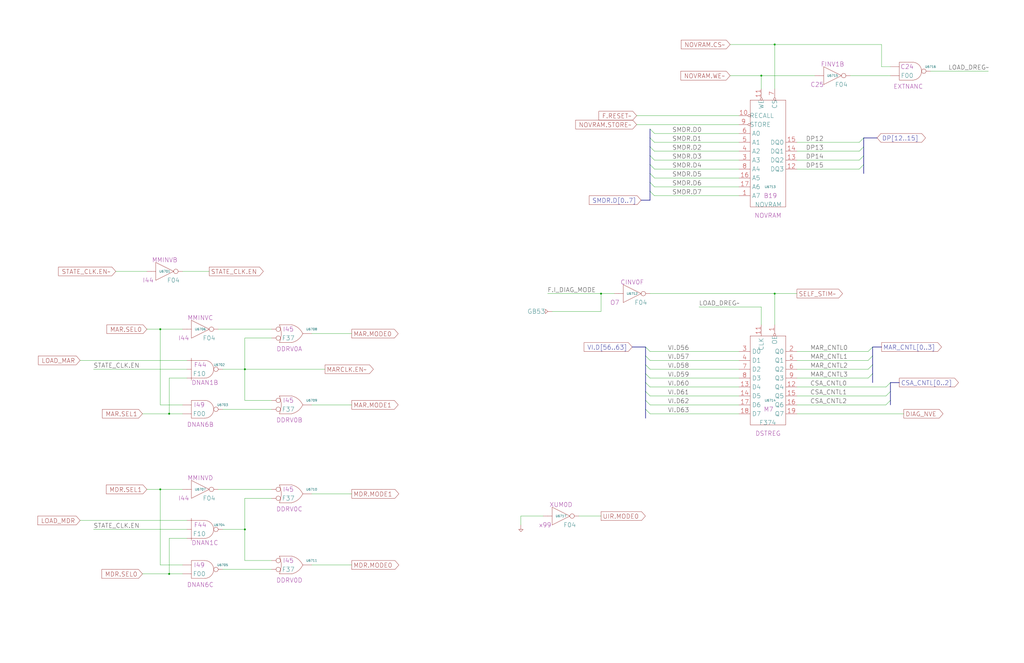
<source format=kicad_sch>
(kicad_sch (version 20250114) (generator "eeschema") (generator_version "9.0")
  (paper "User" 584.2 378.46)
  (title_block (title "DIAGNOSTIC PROCESSOR") (date "20-MAR-90") (rev "1.0") (comment 1 "FIU") (comment 2 "232-003065") (comment 3 "S400") (comment 4 "RELEASED"))
  (lib_symbols
    (symbol "r1000:F00" (pin_numbers (hide yes)) (pin_names (hide yes))
      (property "Reference" "U" (at 15.24 0 0))
      (property "Value" "F00" (at 1.905 -5.08 0))
      (property "Location" "___" (at 1.905 0 0))
      (property "Name" "______" (at 2.54 -12.7 0))
      (symbol "F00_0_1"
        (polyline (pts (xy -2.54 2.54) (xy -2.54 -7.62)) (stroke (width 0.1524)))
        (polyline (pts (xy -2.54 2.54) (xy 5.08 2.54)) (stroke (width 0.1524)))
        (polyline (pts (xy -2.54 -7.62) (xy 5.08 -7.62)) (stroke (width 0.1524)))
        (arc (start 5.08 2.54) (mid 10.1281 -2.54) (end 5.08 -7.62) (stroke (width 0.1524)))
        (circle (center 11.43 -2.54) (radius 1.27) (stroke (width 0.1524)))
      )
      (symbol "F00_0_2"
        (arc (start -3.175 2.54) (mid -2.134 -2.54) (end -3.175 -7.62) (stroke (width 0.1524)))
        (circle (center -3.81 0) (radius 1.27) (stroke (width 0.1524)))
        (circle (center -3.81 -5.08) (radius 1.27) (stroke (width 0.1524)))
        (polyline (pts (xy -3.175 2.54) (xy 3.81 2.54)) (stroke (width 0.1524)))
        (polyline (pts (xy -3.175 -7.62) (xy 3.81 -7.62)) (stroke (width 0.1524)))
        (arc (start 3.81 2.54) (mid 7.5828 0.7472) (end 10.16 -2.54) (stroke (width 0.1524)))
        (arc (start 10.16 -2.54) (mid 7.5855 -5.8306) (end 3.81 -7.62) (stroke (width 0.1524)))
      )
      (symbol "F00_1_1"
        (pin input line (at -7.62 0 0) (length 5.08) (name "D0") (number "1"))
        (pin input line (at -7.62 -5.08 0) (length 5.08) (name "D1") (number "2"))
        (pin output line (at 15.24 -2.54 180) (length 2.54) (name "Q") (number "3"))
      )
      (symbol "F00_1_2"
        (pin input line (at -7.62 0 0) (length 2.54) (name "D0") (number "1"))
        (pin input line (at -7.62 -5.08 0) (length 2.54) (name "D1") (number "2"))
        (pin output line (at 15.24 -2.54 180) (length 5.08) (name "Q") (number "3"))
      )
    )
    (symbol "r1000:F04" (pin_numbers (hide yes)) (pin_names (hide yes))
      (property "Reference" "U" (at 0 0 0))
      (property "Value" "F04" (at 1.27 -5.08 0))
      (property "Location" "___" (at -12.7 -5.08 0))
      (property "Name" "______" (at 0 5.08 0))
      (symbol "F04_0_1"
        (polyline (pts (xy -7.62 0) (xy -5.08 0)) (stroke (width 0.1524)))
        (polyline (pts (xy -5.08 5.08) (xy -5.08 -5.08)) (stroke (width 0.1524)))
        (polyline (pts (xy 5.08 0) (xy -5.08 5.08)) (stroke (width 0.1524)))
        (polyline (pts (xy 5.08 0) (xy -5.08 -5.08)) (stroke (width 0.1524)))
        (circle (center 6.35 0) (radius 1.27) (stroke (width 0.1524)))
      )
      (symbol "F04_1_1"
        (pin input line (at -10.16 0 0) (length 2.54) (name "D0") (number "1"))
        (pin output line (at 10.16 0 180) (length 2.54) (name "Q") (number "2"))
      )
    )
    (symbol "r1000:F10" (pin_numbers (hide yes)) (pin_names (hide yes))
      (property "Reference" "U" (at 13.335 0 0))
      (property "Value" "F10" (at 5.715 -5.08 0))
      (property "Location" "___" (at -1.27 0 0))
      (property "Name" "______" (at -2.54 -10.16 0))
      (symbol "F10_0_1"
        (polyline (pts (xy -2.54 3.81) (xy -2.54 -8.89)) (stroke (width 0.1524)))
        (polyline (pts (xy -2.54 2.54) (xy 5.08 2.54)) (stroke (width 0.1524)))
        (polyline (pts (xy -2.54 -7.62) (xy 5.08 -7.62)) (stroke (width 0.1524)))
        (arc (start 5.08 2.54) (mid 10.1281 -2.54) (end 5.08 -7.62) (stroke (width 0.1524)))
        (circle (center 11.43 -2.54) (radius 1.27) (stroke (width 0.1524)))
      )
      (symbol "F10_0_2"
        (arc (start -2.54 2.54) (mid -1.8195 -2.54) (end -2.54 -7.62) (stroke (width 0.1524)))
        (polyline (pts (xy -4.445 -2.54) (xy -5.08 -2.54)) (stroke (width 0.1524)))
        (circle (center -3.81 2.54) (radius 1.27) (stroke (width 0.1524)))
        (circle (center -3.81 -7.62) (radius 1.27) (stroke (width 0.1524)))
        (circle (center -3.175 -2.54) (radius 1.27) (stroke (width 0.1524)))
        (polyline (pts (xy -2.54 2.54) (xy 5.08 2.54)) (stroke (width 0.1524)))
        (polyline (pts (xy -2.54 -7.62) (xy 5.08 -7.62)) (stroke (width 0.1524)))
        (arc (start 5.08 2.54) (mid 8.4807 0.6111) (end 10.795 -2.54) (stroke (width 0.1524)))
        (arc (start 10.795 -2.54) (mid 8.4844 -5.6952) (end 5.08 -7.62) (stroke (width 0.1524)))
        (polyline (pts (xy 10.795 -2.54) (xy 12.7 -2.54)) (stroke (width 0.1524)))
      )
      (symbol "F10_1_1"
        (pin input line (at -5.08 2.54 0) (length 2.54) (name "D0") (number "1"))
        (pin input line (at -5.08 -2.54 0) (length 2.54) (name "D1") (number "2"))
        (pin input line (at -5.08 -7.62 0) (length 2.54) (name "D2") (number "3"))
        (pin output line (at 15.24 -2.54 180) (length 2.54) (name "Q") (number "4"))
      )
      (symbol "F10_1_2"
        (pin input line (at -5.08 2.54 0) (length 0) (name "D0") (number "1"))
        (pin input line (at -5.08 -2.54 0) (length 0) (name "D1") (number "2"))
        (pin input line (at -5.08 -7.62 0) (length 0) (name "D2") (number "3"))
        (pin output line (at 15.24 -2.54 180) (length 2.54) (name "Q") (number "4"))
      )
    )
    (symbol "r1000:F37" (pin_numbers (hide yes)) (pin_names (offset 0) (hide yes))
      (property "Reference" "U" (at 15.24 0 0))
      (property "Value" "F37" (at 1.905 -5.08 0))
      (property "Location" "___" (at 1.905 0 0))
      (property "Name" "______" (at 2.54 -12.7 0))
      (symbol "F37_0_1"
        (polyline (pts (xy -2.54 2.54) (xy -2.54 -7.62)) (stroke (width 0.1524)))
        (polyline (pts (xy -2.54 2.54) (xy 5.08 2.54)) (stroke (width 0.1524)))
        (polyline (pts (xy -2.54 -7.62) (xy 5.08 -7.62)) (stroke (width 0.1524)))
        (arc (start 5.08 2.54) (mid 10.1281 -2.54) (end 5.08 -7.62) (stroke (width 0.1524)))
        (circle (center 11.43 -2.54) (radius 1.27) (stroke (width 0.1524)))
      )
      (symbol "F37_0_2"
        (arc (start -3.175 2.54) (mid -2.134 -2.54) (end -3.175 -7.62) (stroke (width 0.1524)))
        (circle (center -3.81 0) (radius 1.27) (stroke (width 0.1524)))
        (circle (center -3.81 -5.08) (radius 1.27) (stroke (width 0.1524)))
        (polyline (pts (xy -3.175 2.54) (xy 3.81 2.54)) (stroke (width 0.1524)))
        (polyline (pts (xy -3.175 -7.62) (xy 3.81 -7.62)) (stroke (width 0.1524)))
        (arc (start 3.81 2.54) (mid 7.5828 0.7472) (end 10.16 -2.54) (stroke (width 0.1524)))
        (arc (start 10.16 -2.54) (mid 7.5855 -5.8306) (end 3.81 -7.62) (stroke (width 0.1524)))
      )
      (symbol "F37_1_1"
        (pin input line (at -7.62 0 0) (length 5.08) (name "D0") (number "1"))
        (pin input line (at -7.62 -5.08 0) (length 5.08) (name "D1") (number "2"))
        (pin output line (at 15.24 -2.54 180) (length 2.54) (name "Q") (number "3"))
      )
      (symbol "F37_1_2"
        (pin input line (at -7.62 0 0) (length 2.54) (name "D0") (number "1"))
        (pin input line (at -7.62 -5.08 0) (length 2.54) (name "D1") (number "2"))
        (pin output line (at 15.24 -2.54 180) (length 5.08) (name "Q") (number "3"))
      )
    )
    (symbol "r1000:F374" (pin_names (offset 1.016))
      (property "Reference" "U" (at 2.54 5.08 0))
      (property "Value" "F374" (at -3.81 -7.62 0))
      (property "Location" "___" (at -1.27 0 0))
      (property "Name" "______" (at 1.27 -15.24 0))
      (symbol "F374_1_1"
        (rectangle (start -8.89 41.91) (end 11.43 -8.89))
        (circle (center 5.08 42.545) (radius 0.635))
        (pin input line (at -15.24 33.02 0) (length 6.35) (name "D0") (number "3"))
        (pin input line (at -15.24 27.94 0) (length 6.35) (name "D1") (number "4"))
        (pin input line (at -15.24 22.86 0) (length 6.35) (name "D2") (number "7"))
        (pin input line (at -15.24 17.78 0) (length 6.35) (name "D3") (number "8"))
        (pin input line (at -15.24 12.7 0) (length 6.35) (name "D4") (number "13"))
        (pin input line (at -15.24 7.62 0) (length 6.35) (name "D5") (number "14"))
        (pin input line (at -15.24 2.54 0) (length 6.35) (name "D6") (number "17"))
        (pin input line (at -15.24 -2.54 0) (length 6.35) (name "D7") (number "18"))
        (pin input line (at -2.54 48.26 270) (length 6.35) (name "CLK") (number "11"))
        (pin input line (at 5.08 48.26 270) (length 5.08) (name "OE") (number "1"))
        (pin tri_state line (at 17.78 33.02 180) (length 6.35) (name "Q0") (number "2"))
        (pin tri_state line (at 17.78 27.94 180) (length 6.35) (name "Q1") (number "5"))
        (pin tri_state line (at 17.78 22.86 180) (length 6.35) (name "Q2") (number "6"))
        (pin tri_state line (at 17.78 17.78 180) (length 6.35) (name "Q3") (number "9"))
        (pin tri_state line (at 17.78 12.7 180) (length 6.35) (name "Q4") (number "12"))
        (pin tri_state line (at 17.78 7.62 180) (length 6.35) (name "Q5") (number "15"))
        (pin tri_state line (at 17.78 2.54 180) (length 6.35) (name "Q6") (number "16"))
        (pin tri_state line (at 17.78 -2.54 180) (length 6.35) (name "Q7") (number "19"))
      )
    )
    (symbol "r1000:GB" (pin_numbers (hide yes)) (pin_names (offset 0) (hide yes))
      (property "Reference" "GB" (at 3.81 0 0))
      (symbol "GB_0_1"
        (polyline (pts (xy 2.54 0) (xy 3.81 1.27) (xy 3.81 -1.27) (xy 2.54 0)) (stroke (width 0.1524)))
      )
      (symbol "GB_1_1"
        (pin bidirectional line (at 0 0 0) (length 2.54) (name "") (number "1"))
      )
    )
    (symbol "r1000:NOVRAM" (pin_names (offset 1.016))
      (property "Reference" "U" (at 2.54 5.08 0))
      (property "Value" "NOVRAM" (at -6.35 -5.08 0))
      (property "Location" "___" (at -1.27 0 0))
      (property "Name" "______" (at 1.27 -12.7 0))
      (symbol "NOVRAM_1_1"
        (circle (center -9.525 45.72) (radius 0.635))
        (circle (center -9.525 40.64) (radius 0.635))
        (rectangle (start -8.89 54.61) (end 11.43 -6.35))
        (circle (center -2.54 55.245) (radius 0.635))
        (circle (center 5.08 55.245) (radius 0.635))
        (pin input line (at -15.24 45.72 0) (length 5.08) (name "RECALL") (number "10"))
        (pin input line (at -15.24 40.64 0) (length 5.08) (name "STORE") (number "9"))
        (pin input line (at -15.24 35.56 0) (length 6.35) (name "A0") (number "6"))
        (pin input line (at -15.24 30.48 0) (length 6.35) (name "A1") (number "5"))
        (pin input line (at -15.24 25.4 0) (length 6.35) (name "A2") (number "4"))
        (pin input line (at -15.24 20.32 0) (length 6.35) (name "A3") (number "3"))
        (pin input line (at -15.24 15.24 0) (length 6.35) (name "A4") (number "8"))
        (pin input line (at -15.24 10.16 0) (length 6.35) (name "A5") (number "16"))
        (pin input line (at -15.24 5.08 0) (length 6.35) (name "A6") (number "17"))
        (pin input line (at -15.24 0 0) (length 6.35) (name "A7") (number "1"))
        (pin input line (at -2.54 60.96 270) (length 5.08) (name "WE") (number "11"))
        (pin input line (at 5.08 60.96 270) (length 5.08) (name "CS") (number "7"))
        (pin bidirectional line (at 17.78 30.48 180) (length 6.35) (name "DQ0") (number "15"))
        (pin bidirectional line (at 17.78 25.4 180) (length 6.35) (name "DQ1") (number "14"))
        (pin bidirectional line (at 17.78 20.32 180) (length 6.35) (name "DQ2") (number "13"))
        (pin bidirectional line (at 17.78 15.24 180) (length 6.35) (name "DQ3") (number "12"))
      )
    )
    (symbol "r1000:PD" (power) (pin_numbers (hide yes)) (pin_names (hide yes)) (in_bom no)
      (symbol "PD_0_1"
        (polyline (pts (xy 0 -2.54) (xy 1.27 -2.54) (xy 0 -3.81) (xy -1.27 -2.54) (xy 0 -2.54)) (stroke (width 0.1524)))
      )
      (symbol "PD_1_1"
        (pin power_in line (at 0 0 270) (length 2.54) (name "PD") (number "1"))
      )
    )
  )
  (junction (at 434.34 43.18))
  (junction (at 96.52 327.66))
  (junction (at 139.7 210.82))
  (junction (at 441.96 25.4))
  (junction (at 96.52 236.22))
  (junction (at 91.44 279.4))
  (junction (at 139.7 302.26))
  (junction (at 342.9 167.64))
  (junction (at 441.96 167.64))
  (junction (at 91.44 187.96))
  (bus_entry (at 368.3 213.36) (size 2.54 2.54))
  (bus_entry (at 492.76 78.74) (size -2.54 2.54))
  (bus_entry (at 492.76 93.98) (size -2.54 2.54))
  (bus_entry (at 492.76 83.82) (size -2.54 2.54))
  (bus_entry (at 370.84 78.74) (size 2.54 2.54))
  (bus_entry (at 370.84 104.14) (size 2.54 2.54))
  (bus_entry (at 368.3 203.2) (size 2.54 2.54))
  (bus_entry (at 508 223.52) (size -2.54 2.54))
  (bus_entry (at 497.84 208.28) (size -2.54 2.54))
  (bus_entry (at 368.3 223.52) (size 2.54 2.54))
  (bus_entry (at 368.3 198.12) (size 2.54 2.54))
  (bus_entry (at 497.84 198.12) (size -2.54 2.54))
  (bus_entry (at 508 218.44) (size -2.54 2.54))
  (bus_entry (at 370.84 73.66) (size 2.54 2.54))
  (bus_entry (at 370.84 88.9) (size 2.54 2.54))
  (bus_entry (at 370.84 83.82) (size 2.54 2.54))
  (bus_entry (at 370.84 99.06) (size 2.54 2.54))
  (bus_entry (at 368.3 218.44) (size 2.54 2.54))
  (bus_entry (at 368.3 208.28) (size 2.54 2.54))
  (bus_entry (at 368.3 228.6) (size 2.54 2.54))
  (bus_entry (at 497.84 213.36) (size -2.54 2.54))
  (bus_entry (at 508 228.6) (size -2.54 2.54))
  (bus_entry (at 492.76 88.9) (size -2.54 2.54))
  (bus_entry (at 370.84 109.22) (size 2.54 2.54))
  (bus_entry (at 368.3 233.68) (size 2.54 2.54))
  (bus_entry (at 497.84 203.2) (size -2.54 2.54))
  (bus_entry (at 370.84 93.98) (size 2.54 2.54))
  (wire (pts (xy 139.7 210.82) (xy 127 210.82)))
  (wire (pts (xy 441.96 167.64) (xy 454.66 167.64)))
  (bus (pts (xy 368.3 203.2) (xy 368.3 208.28)))
  (wire (pts (xy 139.7 320.04) (xy 139.7 302.26)))
  (wire (pts (xy 373.38 101.6) (xy 421.64 101.6)))
  (bus (pts (xy 368.3 218.44) (xy 368.3 223.52)))
  (wire (pts (xy 104.14 322.58) (xy 91.44 322.58)))
  (bus (pts (xy 368.3 198.12) (xy 368.3 203.2)))
  (wire (pts (xy 154.94 284.48) (xy 139.7 284.48)))
  (bus (pts (xy 368.3 228.6) (xy 368.3 233.68)))
  (wire (pts (xy 154.94 228.6) (xy 139.7 228.6)))
  (bus (pts (xy 492.76 83.82) (xy 492.76 88.9)))
  (wire (pts (xy 454.66 231.14) (xy 505.46 231.14)))
  (wire (pts (xy 454.66 236.22) (xy 515.62 236.22)))
  (wire (pts (xy 502.92 38.1) (xy 502.92 25.4)))
  (wire (pts (xy 363.22 66.04) (xy 421.64 66.04)))
  (wire (pts (xy 139.7 210.82) (xy 185.42 210.82)))
  (bus (pts (xy 368.3 213.36) (xy 368.3 218.44)))
  (wire (pts (xy 83.82 187.96) (xy 91.44 187.96)))
  (wire (pts (xy 139.7 302.26) (xy 127 302.26)))
  (wire (pts (xy 373.38 96.52) (xy 421.64 96.52)))
  (bus (pts (xy 360.68 198.12) (xy 368.3 198.12)))
  (wire (pts (xy 434.34 43.18) (xy 464.82 43.18)))
  (bus (pts (xy 368.3 208.28) (xy 368.3 213.36)))
  (wire (pts (xy 91.44 279.4) (xy 104.14 279.4)))
  (wire (pts (xy 96.52 307.34) (xy 96.52 327.66)))
  (bus (pts (xy 368.3 233.68) (xy 368.3 238.76)))
  (bus (pts (xy 508 228.6) (xy 508 231.14)))
  (wire (pts (xy 83.82 279.4) (xy 91.44 279.4)))
  (wire (pts (xy 154.94 193.04) (xy 139.7 193.04)))
  (wire (pts (xy 66.04 154.94) (xy 83.82 154.94)))
  (bus (pts (xy 370.84 99.06) (xy 370.84 104.14)))
  (wire (pts (xy 416.56 25.4) (xy 441.96 25.4)))
  (bus (pts (xy 497.84 198.12) (xy 502.92 198.12)))
  (wire (pts (xy 373.38 111.76) (xy 421.64 111.76)))
  (wire (pts (xy 96.52 215.9) (xy 96.52 236.22)))
  (wire (pts (xy 454.66 86.36) (xy 490.22 86.36)))
  (wire (pts (xy 139.7 193.04) (xy 139.7 210.82)))
  (wire (pts (xy 314.96 177.8) (xy 342.9 177.8)))
  (bus (pts (xy 370.84 78.74) (xy 370.84 83.82)))
  (wire (pts (xy 96.52 327.66) (xy 104.14 327.66)))
  (wire (pts (xy 373.38 86.36) (xy 421.64 86.36)))
  (bus (pts (xy 492.76 93.98) (xy 492.76 99.06)))
  (wire (pts (xy 177.8 231.14) (xy 200.66 231.14)))
  (bus (pts (xy 492.76 78.74) (xy 500.38 78.74)))
  (wire (pts (xy 370.84 210.82) (xy 421.64 210.82)))
  (wire (pts (xy 139.7 284.48) (xy 139.7 302.26)))
  (wire (pts (xy 127 325.12) (xy 154.94 325.12)))
  (wire (pts (xy 91.44 187.96) (xy 104.14 187.96)))
  (wire (pts (xy 454.66 96.52) (xy 490.22 96.52)))
  (wire (pts (xy 454.66 210.82) (xy 495.3 210.82)))
  (wire (pts (xy 454.66 91.44) (xy 490.22 91.44)))
  (wire (pts (xy 434.34 175.26) (xy 398.78 175.26)))
  (wire (pts (xy 45.72 205.74) (xy 106.68 205.74)))
  (wire (pts (xy 434.34 43.18) (xy 434.34 50.8)))
  (bus (pts (xy 492.76 88.9) (xy 492.76 93.98)))
  (wire (pts (xy 454.66 200.66) (xy 495.3 200.66)))
  (wire (pts (xy 454.66 81.28) (xy 490.22 81.28)))
  (wire (pts (xy 370.84 167.64) (xy 441.96 167.64)))
  (wire (pts (xy 297.18 299.72) (xy 297.18 294.64)))
  (wire (pts (xy 81.28 327.66) (xy 96.52 327.66)))
  (bus (pts (xy 368.3 223.52) (xy 368.3 228.6)))
  (wire (pts (xy 45.72 297.18) (xy 106.68 297.18)))
  (bus (pts (xy 370.84 88.9) (xy 370.84 93.98)))
  (bus (pts (xy 370.84 109.22) (xy 370.84 114.3)))
  (wire (pts (xy 124.46 187.96) (xy 154.94 187.96)))
  (wire (pts (xy 441.96 25.4) (xy 502.92 25.4)))
  (wire (pts (xy 508 38.1) (xy 502.92 38.1)))
  (wire (pts (xy 363.22 71.12) (xy 421.64 71.12)))
  (wire (pts (xy 373.38 106.68) (xy 421.64 106.68)))
  (wire (pts (xy 454.66 205.74) (xy 495.3 205.74)))
  (wire (pts (xy 81.28 236.22) (xy 96.52 236.22)))
  (wire (pts (xy 370.84 215.9) (xy 421.64 215.9)))
  (wire (pts (xy 104.14 154.94) (xy 119.38 154.94)))
  (wire (pts (xy 91.44 322.58) (xy 91.44 279.4)))
  (wire (pts (xy 370.84 200.66) (xy 421.64 200.66)))
  (wire (pts (xy 154.94 320.04) (xy 139.7 320.04)))
  (bus (pts (xy 492.76 78.74) (xy 492.76 83.82)))
  (bus (pts (xy 370.84 104.14) (xy 370.84 109.22)))
  (bus (pts (xy 508 218.44) (xy 513.08 218.44)))
  (wire (pts (xy 53.34 210.82) (xy 106.68 210.82)))
  (wire (pts (xy 370.84 236.22) (xy 421.64 236.22)))
  (wire (pts (xy 177.8 322.58) (xy 200.66 322.58)))
  (wire (pts (xy 91.44 231.14) (xy 91.44 187.96)))
  (wire (pts (xy 434.34 185.42) (xy 434.34 175.26)))
  (wire (pts (xy 370.84 231.14) (xy 421.64 231.14)))
  (wire (pts (xy 312.42 167.64) (xy 342.9 167.64)))
  (wire (pts (xy 96.52 236.22) (xy 104.14 236.22)))
  (bus (pts (xy 497.84 203.2) (xy 497.84 208.28)))
  (wire (pts (xy 416.56 43.18) (xy 434.34 43.18)))
  (wire (pts (xy 454.66 215.9) (xy 495.3 215.9)))
  (wire (pts (xy 530.86 40.64) (xy 563.88 40.64)))
  (wire (pts (xy 370.84 226.06) (xy 421.64 226.06)))
  (wire (pts (xy 342.9 177.8) (xy 342.9 167.64)))
  (wire (pts (xy 454.66 220.98) (xy 505.46 220.98)))
  (bus (pts (xy 497.84 213.36) (xy 497.84 218.44)))
  (wire (pts (xy 485.14 43.18) (xy 508 43.18)))
  (wire (pts (xy 177.8 281.94) (xy 200.66 281.94)))
  (bus (pts (xy 508 218.44) (xy 508 223.52)))
  (bus (pts (xy 370.84 83.82) (xy 370.84 88.9)))
  (wire (pts (xy 106.68 215.9) (xy 96.52 215.9)))
  (wire (pts (xy 370.84 205.74) (xy 421.64 205.74)))
  (bus (pts (xy 370.84 93.98) (xy 370.84 99.06)))
  (wire (pts (xy 454.66 226.06) (xy 505.46 226.06)))
  (bus (pts (xy 497.84 198.12) (xy 497.84 203.2)))
  (wire (pts (xy 441.96 167.64) (xy 441.96 185.42)))
  (wire (pts (xy 177.8 190.5) (xy 200.66 190.5)))
  (wire (pts (xy 373.38 91.44) (xy 421.64 91.44)))
  (wire (pts (xy 441.96 25.4) (xy 441.96 50.8)))
  (wire (pts (xy 106.68 307.34) (xy 96.52 307.34)))
  (bus (pts (xy 365.76 114.3) (xy 370.84 114.3)))
  (wire (pts (xy 127 233.68) (xy 154.94 233.68)))
  (wire (pts (xy 370.84 220.98) (xy 421.64 220.98)))
  (wire (pts (xy 53.34 302.26) (xy 106.68 302.26)))
  (wire (pts (xy 104.14 231.14) (xy 91.44 231.14)))
  (wire (pts (xy 330.2 294.64) (xy 342.9 294.64)))
  (wire (pts (xy 297.18 294.64) (xy 309.88 294.64)))
  (wire (pts (xy 124.46 279.4) (xy 154.94 279.4)))
  (wire (pts (xy 373.38 76.2) (xy 421.64 76.2)))
  (bus (pts (xy 508 223.52) (xy 508 228.6)))
  (wire (pts (xy 373.38 81.28) (xy 421.64 81.28)))
  (wire (pts (xy 342.9 167.64) (xy 350.52 167.64)))
  (wire (pts (xy 139.7 228.6) (xy 139.7 210.82)))
  (bus (pts (xy 370.84 73.66) (xy 370.84 78.74)))
  (bus (pts (xy 497.84 208.28) (xy 497.84 213.36)))
  (label "MAR_CNTL0" (at 462.28 200.66 0) (effects (font (size 2.54 2.54))))
  (label "DP15" (at 459.74 96.52 0) (effects (font (size 2.54 2.54))))
  (label "SMDR.D0" (at 383.54 76.2 0) (effects (font (size 2.54 2.54))))
  (label "VI.D58" (at 381 210.82 0) (effects (font (size 2.54 2.54))))
  (label "SMDR.D4" (at 383.54 96.52 0) (effects (font (size 2.54 2.54))))
  (label "CSA_CNTL1" (at 462.28 226.06 0) (effects (font (size 2.54 2.54))))
  (label "CSA_CNTL0" (at 462.28 220.98 0) (effects (font (size 2.54 2.54))))
  (label "SMDR.D2" (at 383.54 86.36 0) (effects (font (size 2.54 2.54))))
  (label "DP14" (at 459.74 91.44 0) (effects (font (size 2.54 2.54))))
  (label "VI.D59" (at 381 215.9 0) (effects (font (size 2.54 2.54))))
  (label "MAR_CNTL1" (at 462.28 205.74 0) (effects (font (size 2.54 2.54))))
  (label "LOAD_DREG~" (at 398.78 175.26 0) (effects (font (size 2.54 2.54))))
  (label "STATE_CLK.EN" (at 53.34 210.82 0) (effects (font (size 2.54 2.54))))
  (label "MAR_CNTL3" (at 462.28 215.9 0) (effects (font (size 2.54 2.54))))
  (label "VI.D61" (at 381 226.06 0) (effects (font (size 2.54 2.54))))
  (label "VI.D56" (at 381 200.66 0) (effects (font (size 2.54 2.54))))
  (label "STATE_CLK.EN" (at 53.34 302.26 0) (effects (font (size 2.54 2.54))))
  (label "SMDR.D6" (at 383.54 106.68 0) (effects (font (size 2.54 2.54))))
  (label "F.I_DIAG_MODE" (at 312.42 167.64 0) (effects (font (size 2.54 2.54))))
  (label "VI.D57" (at 381 205.74 0) (effects (font (size 2.54 2.54))))
  (label "SMDR.D1" (at 383.54 81.28 0) (effects (font (size 2.54 2.54))))
  (label "VI.D63" (at 381 236.22 0) (effects (font (size 2.54 2.54))))
  (label "SMDR.D5" (at 383.54 101.6 0) (effects (font (size 2.54 2.54))))
  (label "SMDR.D7" (at 383.54 111.76 0) (effects (font (size 2.54 2.54))))
  (label "VI.D60" (at 381 220.98 0) (effects (font (size 2.54 2.54))))
  (label "DP13" (at 459.74 86.36 0) (effects (font (size 2.54 2.54))))
  (label "VI.D62" (at 381 231.14 0) (effects (font (size 2.54 2.54))))
  (label "LOAD_DREG~" (at 541.02 40.64 0) (effects (font (size 2.54 2.54))))
  (label "MAR_CNTL2" (at 462.28 210.82 0) (effects (font (size 2.54 2.54))))
  (label "SMDR.D3" (at 383.54 91.44 0) (effects (font (size 2.54 2.54))))
  (label "CSA_CNTL2" (at 462.28 231.14 0) (effects (font (size 2.54 2.54))))
  (label "DP12" (at 459.74 81.28 0) (effects (font (size 2.54 2.54))))
  (global_label "LOAD_MAR" (shape input) (at 45.72 205.74 180) (effects (font (size 2.54 2.54))) (property "Intersheetrefs" "${INTERSHEET_REFS}" (at 22.095 205.5813 0) (effects (font (size 1.905 1.905)) (justify right))))
  (global_label "MAR.MODE1" (shape output) (at 200.66 231.14 0) (effects (font (size 2.54 2.54))) (property "Intersheetrefs" "${INTERSHEET_REFS}" (at 226.946 230.9813 0) (effects (font (size 1.905 1.905)) (justify left))))
  (global_label "MAR.MODE0" (shape output) (at 200.66 190.5 0) (effects (font (size 2.54 2.54))) (property "Intersheetrefs" "${INTERSHEET_REFS}" (at 226.946 190.3413 0) (effects (font (size 1.905 1.905)) (justify left))))
  (global_label "VI.D[56..63]" (shape input) (at 360.68 198.12 180) (effects (font (size 2.54 2.54))) (property "Intersheetrefs" "${INTERSHEET_REFS}" (at 333.2359 197.9613 0) (effects (font (size 1.905 1.905)) (justify right))))
  (global_label "NOVRAM.STORE~" (shape input) (at 363.22 71.12 180) (effects (font (size 2.54 2.54))) (property "Intersheetrefs" "${INTERSHEET_REFS}" (at 328.5883 70.9613 0) (effects (font (size 1.905 1.905)) (justify right))))
  (global_label "F.RESET~" (shape input) (at 363.22 66.04 180) (effects (font (size 2.54 2.54))) (property "Intersheetrefs" "${INTERSHEET_REFS}" (at 341.8931 65.8813 0) (effects (font (size 1.905 1.905)) (justify right))))
  (global_label "MDR.SEL1" (shape input) (at 83.82 279.4 180) (effects (font (size 2.54 2.54))) (property "Intersheetrefs" "${INTERSHEET_REFS}" (at 60.7997 279.2413 0) (effects (font (size 1.905 1.905)) (justify right))))
  (global_label "DP[12..15]" (shape bidirectional) (at 500.38 78.74 0) (effects (font (size 2.54 2.54))) (property "Intersheetrefs" "${INTERSHEET_REFS}" (at 525.5774 78.5813 0) (effects (font (size 1.905 1.905)) (justify left))))
  (global_label "MAR.SEL0" (shape input) (at 83.82 187.96 180) (effects (font (size 2.54 2.54))) (property "Intersheetrefs" "${INTERSHEET_REFS}" (at 61.1626 187.8013 0) (effects (font (size 1.905 1.905)) (justify right))))
  (global_label "CSA_CNTL[0..2]" (shape output) (at 513.08 218.44 0) (effects (font (size 2.54 2.54))) (property "Intersheetrefs" "${INTERSHEET_REFS}" (at 546.6231 218.2813 0) (effects (font (size 1.905 1.905)) (justify left))))
  (global_label "LOAD_MDR" (shape input) (at 45.72 297.18 180) (effects (font (size 2.54 2.54))) (property "Intersheetrefs" "${INTERSHEET_REFS}" (at 21.7321 297.0213 0) (effects (font (size 1.905 1.905)) (justify right))))
  (global_label "SMDR.D[0..7]" (shape input) (at 365.76 114.3 180) (effects (font (size 2.54 2.54))) (property "Intersheetrefs" "${INTERSHEET_REFS}" (at 336.3293 114.1413 0) (effects (font (size 1.905 1.905)) (justify right))))
  (global_label "MDR.SEL0" (shape input) (at 81.28 327.66 180) (effects (font (size 2.54 2.54))) (property "Intersheetrefs" "${INTERSHEET_REFS}" (at 58.2597 327.5013 0) (effects (font (size 1.905 1.905)) (justify right))))
  (global_label "MAR.SEL1" (shape input) (at 81.28 236.22 180) (effects (font (size 2.54 2.54))) (property "Intersheetrefs" "${INTERSHEET_REFS}" (at 58.6226 236.0613 0) (effects (font (size 1.905 1.905)) (justify right))))
  (global_label "DIAG_NVE" (shape output) (at 515.62 236.22 0) (effects (font (size 2.54 2.54))) (property "Intersheetrefs" "${INTERSHEET_REFS}" (at 537.9841 236.0613 0) (effects (font (size 1.905 1.905)) (justify left))))
  (global_label "MARCLK.EN~" (shape output) (at 185.42 210.82 0) (effects (font (size 2.54 2.54))) (property "Intersheetrefs" "${INTERSHEET_REFS}" (at 212.7945 210.6613 0) (effects (font (size 1.905 1.905)) (justify left))))
  (global_label "NOVRAM.CS~" (shape input) (at 416.56 25.4 180) (effects (font (size 2.54 2.54))) (property "Intersheetrefs" "${INTERSHEET_REFS}" (at 388.8226 25.2413 0) (effects (font (size 1.905 1.905)) (justify right))))
  (global_label "MDR.MODE1" (shape output) (at 200.66 281.94 0) (effects (font (size 2.54 2.54))) (property "Intersheetrefs" "${INTERSHEET_REFS}" (at 227.4993 281.7813 0) (effects (font (size 1.905 1.905)) (justify left))))
  (global_label "MDR.MODE0" (shape output) (at 200.66 322.58 0) (effects (font (size 2.54 2.54))) (property "Intersheetrefs" "${INTERSHEET_REFS}" (at 227.4993 322.4213 0) (effects (font (size 1.905 1.905)) (justify left))))
  (global_label "SELF_STIM~" (shape output) (at 454.66 167.64 0) (effects (font (size 2.54 2.54))) (property "Intersheetrefs" "${INTERSHEET_REFS}" (at 480.4622 167.4813 0) (effects (font (size 1.905 1.905)) (justify left))))
  (global_label "MAR_CNTL[0..3]" (shape output) (at 502.92 198.12 0) (effects (font (size 2.54 2.54))) (property "Intersheetrefs" "${INTERSHEET_REFS}" (at 536.9469 197.9613 0) (effects (font (size 1.905 1.905)) (justify left))))
  (global_label "UIR.MODE0" (shape output) (at 342.9 294.64 0) (effects (font (size 2.54 2.54))) (property "Intersheetrefs" "${INTERSHEET_REFS}" (at 368.167 294.4813 0) (effects (font (size 1.905 1.905)) (justify left))))
  (global_label "NOVRAM.WE~" (shape input) (at 416.56 43.18 180) (effects (font (size 2.54 2.54))) (property "Intersheetrefs" "${INTERSHEET_REFS}" (at 388.5807 43.0213 0) (effects (font (size 1.905 1.905)) (justify right))))
  (global_label "STATE_CLK.EN~" (shape input) (at 66.04 154.94 180) (effects (font (size 2.54 2.54))) (property "Intersheetrefs" "${INTERSHEET_REFS}" (at 33.5855 154.7813 0) (effects (font (size 1.905 1.905)) (justify right))))
  (global_label "STATE_CLK.EN" (shape output) (at 119.38 154.94 0) (effects (font (size 2.54 2.54))) (property "Intersheetrefs" "${INTERSHEET_REFS}" (at 150.0203 154.7813 0) (effects (font (size 1.905 1.905)) (justify left))))
  (symbol (lib_id "r1000:PD") (at 297.18 299.72 0) (unit 1) (in_bom no)
    (property "Reference" "#PWR06701" (effects (hide yes)))
    (property "Value" "PD" (effects (hide yes)))
  )
  (symbol (lib_id "r1000:GB") (at 314.96 177.8 0) (mirror y) (unit 1)
    (property "Reference" "GB53" (at 311.15 177.8 0) (effects (font (size 2.54 2.54)) (justify left)))
    (property "Value" "GB" (effects (hide yes)))
  )
  (symbol (lib_id "r1000:F04") (at 360.68 167.64 0) (unit 1)
    (property "Reference" "U6712" (at 360.68 167.64 0))
    (property "Value" "F04" (at 361.95 172.72 0) (effects (font (size 2.54 2.54)) (justify left)))
    (property "Location" "O7" (at 347.98 172.72 0) (effects (font (size 2.54 2.54)) (justify left)))
    (property "Name" "CINV0F" (at 360.68 162.56 0) (effects (font (size 2.54 2.54)) (justify bottom)))
  )
  (symbol (lib_id "r1000:F37") (at 162.56 279.4 0) (unit 1) (convert 2)
    (property "Reference" "U6710" (at 177.8 279.4 0))
    (property "Value" "F37" (at 164.465 284.48 0) (effects (font (size 2.54 2.54))))
    (property "Location" "I45" (at 164.465 279.4 0) (effects (font (size 2.54 2.54))))
    (property "Name" "DDRV0C" (at 165.1 292.1 0) (effects (font (size 2.54 2.54)) (justify bottom)))
  )
  (symbol (lib_id "r1000:F04") (at 474.98 43.18 0) (unit 1)
    (property "Reference" "U6715" (at 474.98 43.18 0))
    (property "Value" "F04" (at 476.25 48.26 0) (effects (font (size 2.54 2.54)) (justify left)))
    (property "Location" "C25" (at 462.28 48.26 0) (effects (font (size 2.54 2.54)) (justify left)))
    (property "Name" "FINV1B" (at 474.98 38.1 0) (effects (font (size 2.54 2.54)) (justify bottom)))
  )
  (symbol (lib_id "r1000:F00") (at 111.76 322.58 0) (unit 1)
    (property "Reference" "U6705" (at 127 322.58 0))
    (property "Value" "F00" (at 113.665 327.66 0) (effects (font (size 2.54 2.54))))
    (property "Location" "I49" (at 113.665 322.58 0) (effects (font (size 2.54 2.54))))
    (property "Name" "DNAN6C" (at 114.3 335.28 0) (effects (font (size 2.54 2.54)) (justify bottom)))
  )
  (symbol (lib_id "r1000:F04") (at 114.3 187.96 0) (unit 1)
    (property "Reference" "U6706" (at 114.3 187.96 0))
    (property "Value" "F04" (at 115.57 193.04 0) (effects (font (size 2.54 2.54)) (justify left)))
    (property "Location" "I44" (at 101.6 193.04 0) (effects (font (size 2.54 2.54)) (justify left)))
    (property "Name" "MMINVC" (at 114.3 182.88 0) (effects (font (size 2.54 2.54)) (justify bottom)))
  )
  (symbol (lib_id "r1000:NOVRAM") (at 436.88 111.76 0) (unit 1)
    (property "Reference" "U6713" (at 439.42 106.68 0))
    (property "Value" "NOVRAM" (at 430.53 116.84 0) (effects (font (size 2.54 2.54)) (justify left)))
    (property "Location" "B19" (at 435.61 111.76 0) (effects (font (size 2.54 2.54)) (justify left)))
    (property "Name" "NOVRAM" (at 438.15 124.46 0) (effects (font (size 2.54 2.54)) (justify bottom)))
  )
  (symbol (lib_id "r1000:F10") (at 111.76 208.28 0) (unit 1)
    (property "Reference" "U6702" (at 125.095 208.28 0))
    (property "Value" "F10" (at 117.475 213.36 0) (effects (font (size 2.54 2.54)) (justify right)))
    (property "Location" "F44" (at 110.49 208.28 0) (effects (font (size 2.54 2.54)) (justify left)))
    (property "Name" "DNAN1B" (at 109.22 218.44 0) (effects (font (size 2.54 2.54)) (justify left)))
  )
  (symbol (lib_id "r1000:F37") (at 162.56 320.04 0) (unit 1) (convert 2)
    (property "Reference" "U6711" (at 177.8 320.04 0))
    (property "Value" "F37" (at 164.465 325.12 0) (effects (font (size 2.54 2.54))))
    (property "Location" "I45" (at 164.465 320.04 0) (effects (font (size 2.54 2.54))))
    (property "Name" "DDRV0D" (at 165.1 332.74 0) (effects (font (size 2.54 2.54)) (justify bottom)))
  )
  (symbol (lib_id "r1000:F00") (at 515.62 38.1 0) (unit 1)
    (property "Reference" "U6716" (at 530.86 38.1 0))
    (property "Value" "F00" (at 517.525 43.18 0) (effects (font (size 2.54 2.54))))
    (property "Location" "C24" (at 517.525 38.1 0) (effects (font (size 2.54 2.54))))
    (property "Name" "EXTNANC" (at 518.16 50.8 0) (effects (font (size 2.54 2.54)) (justify bottom)))
  )
  (symbol (lib_id "r1000:F10") (at 111.76 299.72 0) (unit 1)
    (property "Reference" "U6704" (at 125.095 299.72 0))
    (property "Value" "F10" (at 117.475 304.8 0) (effects (font (size 2.54 2.54)) (justify right)))
    (property "Location" "F44" (at 110.49 299.72 0) (effects (font (size 2.54 2.54)) (justify left)))
    (property "Name" "DNAN1C" (at 109.22 309.88 0) (effects (font (size 2.54 2.54)) (justify left)))
  )
  (symbol (lib_id "r1000:F04") (at 114.3 279.4 0) (unit 1)
    (property "Reference" "U6707" (at 114.3 279.4 0))
    (property "Value" "F04" (at 115.57 284.48 0) (effects (font (size 2.54 2.54)) (justify left)))
    (property "Location" "I44" (at 101.6 284.48 0) (effects (font (size 2.54 2.54)) (justify left)))
    (property "Name" "MMINVD" (at 114.3 274.32 0) (effects (font (size 2.54 2.54)) (justify bottom)))
  )
  (symbol (lib_id "r1000:F00") (at 111.76 231.14 0) (unit 1)
    (property "Reference" "U6703" (at 127 231.14 0))
    (property "Value" "F00" (at 113.665 236.22 0) (effects (font (size 2.54 2.54))))
    (property "Location" "I49" (at 113.665 231.14 0) (effects (font (size 2.54 2.54))))
    (property "Name" "DNAN6B" (at 114.3 243.84 0) (effects (font (size 2.54 2.54)) (justify bottom)))
  )
  (symbol (lib_id "r1000:F04") (at 320.04 294.64 0) (unit 1)
    (property "Reference" "U6717" (at 320.04 294.64 0))
    (property "Value" "F04" (at 321.31 299.72 0) (effects (font (size 2.54 2.54)) (justify left)))
    (property "Location" "x99" (at 307.34 299.72 0) (effects (font (size 2.54 2.54)) (justify left)))
    (property "Name" "XUM0D" (at 320.04 289.56 0) (effects (font (size 2.54 2.54)) (justify bottom)))
  )
  (symbol (lib_id "r1000:F374") (at 436.88 233.68 0) (unit 1)
    (property "Reference" "U6714" (at 439.42 228.6 0))
    (property "Value" "F374" (at 433.07 241.3 0) (effects (font (size 2.54 2.54)) (justify left)))
    (property "Location" "M7" (at 435.61 233.68 0) (effects (font (size 2.54 2.54)) (justify left)))
    (property "Name" "DSTREG" (at 438.15 248.92 0) (effects (font (size 2.54 2.54)) (justify bottom)))
  )
  (symbol (lib_id "r1000:F04") (at 93.98 154.94 0) (unit 1)
    (property "Reference" "U6701" (at 93.98 154.94 0))
    (property "Value" "F04" (at 95.25 160.02 0) (effects (font (size 2.54 2.54)) (justify left)))
    (property "Location" "I44" (at 81.28 160.02 0) (effects (font (size 2.54 2.54)) (justify left)))
    (property "Name" "MMINVB" (at 93.98 149.86 0) (effects (font (size 2.54 2.54)) (justify bottom)))
  )
  (symbol (lib_id "r1000:F37") (at 162.56 228.6 0) (unit 1) (convert 2)
    (property "Reference" "U6709" (at 177.8 228.6 0))
    (property "Value" "F37" (at 164.465 233.68 0) (effects (font (size 2.54 2.54))))
    (property "Location" "I45" (at 164.465 228.6 0) (effects (font (size 2.54 2.54))))
    (property "Name" "DDRV0B" (at 165.1 241.3 0) (effects (font (size 2.54 2.54)) (justify bottom)))
  )
  (symbol (lib_id "r1000:F37") (at 162.56 187.96 0) (unit 1) (convert 2)
    (property "Reference" "U6708" (at 177.8 187.96 0))
    (property "Value" "F37" (at 164.465 193.04 0) (effects (font (size 2.54 2.54))))
    (property "Location" "I45" (at 164.465 187.96 0) (effects (font (size 2.54 2.54))))
    (property "Name" "DDRV0A" (at 165.1 200.66 0) (effects (font (size 2.54 2.54)) (justify bottom)))
  )
)
</source>
